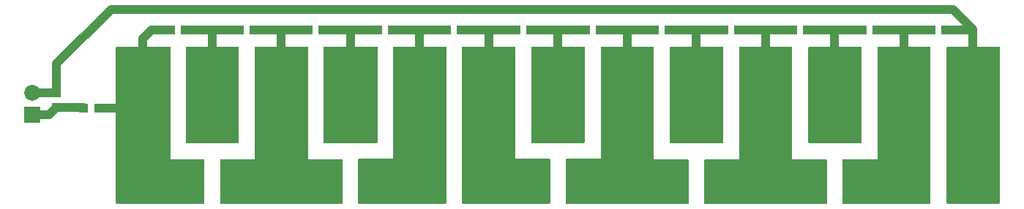
<source format=gbr>
G04 EAGLE Gerber RS-274X export*
G75*
%MOMM*%
%FSLAX34Y34*%
%LPD*%
%INTop Copper*%
%IPPOS*%
%AMOC8*
5,1,8,0,0,1.08239X$1,22.5*%
G01*
%ADD10R,1.000000X1.100000*%
%ADD11R,1.832800X1.832800*%
%ADD12C,1.832800*%
%ADD13C,1.016000*%
%ADD14C,0.812800*%

G36*
X790164Y8610D02*
X790164Y8610D01*
X790228Y8609D01*
X790303Y8630D01*
X790379Y8641D01*
X790438Y8667D01*
X790500Y8684D01*
X790566Y8725D01*
X790636Y8757D01*
X790685Y8799D01*
X790740Y8832D01*
X790792Y8890D01*
X790850Y8940D01*
X790886Y8994D01*
X790929Y9042D01*
X790962Y9111D01*
X791005Y9176D01*
X791024Y9238D01*
X791052Y9295D01*
X791063Y9365D01*
X791087Y9446D01*
X791088Y9531D01*
X791099Y9600D01*
X791099Y59400D01*
X791090Y59464D01*
X791091Y59528D01*
X791070Y59603D01*
X791059Y59679D01*
X791033Y59738D01*
X791016Y59800D01*
X790975Y59866D01*
X790943Y59936D01*
X790901Y59985D01*
X790868Y60040D01*
X790810Y60092D01*
X790760Y60150D01*
X790706Y60186D01*
X790658Y60229D01*
X790589Y60262D01*
X790524Y60305D01*
X790462Y60324D01*
X790405Y60352D01*
X790335Y60363D01*
X790254Y60387D01*
X790169Y60388D01*
X790100Y60399D01*
X750999Y60399D01*
X750999Y190000D01*
X750990Y190064D01*
X750991Y190128D01*
X750970Y190203D01*
X750959Y190279D01*
X750933Y190338D01*
X750916Y190400D01*
X750875Y190466D01*
X750843Y190536D01*
X750801Y190585D01*
X750768Y190640D01*
X750710Y190692D01*
X750660Y190750D01*
X750606Y190786D01*
X750558Y190829D01*
X750489Y190862D01*
X750424Y190905D01*
X750362Y190924D01*
X750305Y190952D01*
X750235Y190963D01*
X750154Y190987D01*
X750069Y190988D01*
X750000Y190999D01*
X690500Y190999D01*
X690436Y190990D01*
X690372Y190991D01*
X690297Y190970D01*
X690221Y190959D01*
X690162Y190933D01*
X690100Y190916D01*
X690034Y190875D01*
X689964Y190843D01*
X689915Y190801D01*
X689860Y190768D01*
X689808Y190710D01*
X689750Y190660D01*
X689714Y190606D01*
X689671Y190558D01*
X689638Y190489D01*
X689595Y190424D01*
X689576Y190362D01*
X689548Y190305D01*
X689537Y190235D01*
X689513Y190154D01*
X689512Y190069D01*
X689501Y190000D01*
X689501Y61399D01*
X650400Y61399D01*
X650336Y61390D01*
X650272Y61391D01*
X650197Y61370D01*
X650121Y61359D01*
X650062Y61333D01*
X650000Y61316D01*
X649934Y61275D01*
X649864Y61243D01*
X649815Y61201D01*
X649760Y61168D01*
X649708Y61110D01*
X649650Y61060D01*
X649614Y61006D01*
X649571Y60958D01*
X649538Y60889D01*
X649495Y60824D01*
X649476Y60762D01*
X649448Y60705D01*
X649437Y60635D01*
X649413Y60554D01*
X649412Y60469D01*
X649401Y60400D01*
X649401Y9600D01*
X649410Y9536D01*
X649409Y9472D01*
X649430Y9397D01*
X649441Y9321D01*
X649467Y9262D01*
X649484Y9200D01*
X649525Y9134D01*
X649557Y9064D01*
X649599Y9015D01*
X649632Y8960D01*
X649690Y8908D01*
X649740Y8850D01*
X649794Y8814D01*
X649842Y8771D01*
X649911Y8738D01*
X649976Y8695D01*
X650038Y8676D01*
X650095Y8648D01*
X650165Y8637D01*
X650246Y8613D01*
X650331Y8612D01*
X650400Y8601D01*
X790100Y8601D01*
X790164Y8610D01*
G37*
G36*
X390164Y8610D02*
X390164Y8610D01*
X390228Y8609D01*
X390303Y8630D01*
X390379Y8641D01*
X390438Y8667D01*
X390500Y8684D01*
X390566Y8725D01*
X390636Y8757D01*
X390685Y8799D01*
X390740Y8832D01*
X390792Y8890D01*
X390850Y8940D01*
X390886Y8994D01*
X390929Y9042D01*
X390962Y9111D01*
X391005Y9176D01*
X391024Y9238D01*
X391052Y9295D01*
X391063Y9365D01*
X391087Y9446D01*
X391088Y9531D01*
X391099Y9600D01*
X391099Y59400D01*
X391090Y59464D01*
X391091Y59528D01*
X391070Y59603D01*
X391059Y59679D01*
X391033Y59738D01*
X391016Y59800D01*
X390975Y59866D01*
X390943Y59936D01*
X390901Y59985D01*
X390868Y60040D01*
X390810Y60092D01*
X390760Y60150D01*
X390706Y60186D01*
X390658Y60229D01*
X390589Y60262D01*
X390524Y60305D01*
X390462Y60324D01*
X390405Y60352D01*
X390335Y60363D01*
X390254Y60387D01*
X390169Y60388D01*
X390100Y60399D01*
X350999Y60399D01*
X350999Y190000D01*
X350990Y190064D01*
X350991Y190128D01*
X350970Y190203D01*
X350959Y190279D01*
X350933Y190338D01*
X350916Y190400D01*
X350875Y190466D01*
X350843Y190536D01*
X350801Y190585D01*
X350768Y190640D01*
X350710Y190692D01*
X350660Y190750D01*
X350606Y190786D01*
X350558Y190829D01*
X350489Y190862D01*
X350424Y190905D01*
X350362Y190924D01*
X350305Y190952D01*
X350235Y190963D01*
X350154Y190987D01*
X350069Y190988D01*
X350000Y190999D01*
X290500Y190999D01*
X290436Y190990D01*
X290372Y190991D01*
X290297Y190970D01*
X290221Y190959D01*
X290162Y190933D01*
X290100Y190916D01*
X290034Y190875D01*
X289964Y190843D01*
X289915Y190801D01*
X289860Y190768D01*
X289808Y190710D01*
X289750Y190660D01*
X289714Y190606D01*
X289671Y190558D01*
X289638Y190489D01*
X289595Y190424D01*
X289576Y190362D01*
X289548Y190305D01*
X289537Y190235D01*
X289513Y190154D01*
X289512Y190069D01*
X289501Y190000D01*
X289501Y60399D01*
X250400Y60399D01*
X250336Y60390D01*
X250272Y60391D01*
X250197Y60370D01*
X250121Y60359D01*
X250062Y60333D01*
X250000Y60316D01*
X249934Y60275D01*
X249864Y60243D01*
X249815Y60201D01*
X249760Y60168D01*
X249708Y60110D01*
X249650Y60060D01*
X249614Y60006D01*
X249571Y59958D01*
X249538Y59889D01*
X249495Y59824D01*
X249476Y59762D01*
X249448Y59705D01*
X249437Y59635D01*
X249413Y59554D01*
X249412Y59469D01*
X249401Y59400D01*
X249401Y9600D01*
X249410Y9536D01*
X249409Y9472D01*
X249430Y9397D01*
X249441Y9321D01*
X249467Y9262D01*
X249484Y9200D01*
X249525Y9134D01*
X249557Y9064D01*
X249599Y9015D01*
X249632Y8960D01*
X249690Y8908D01*
X249740Y8850D01*
X249794Y8814D01*
X249842Y8771D01*
X249911Y8738D01*
X249976Y8695D01*
X250038Y8676D01*
X250095Y8648D01*
X250165Y8637D01*
X250246Y8613D01*
X250331Y8612D01*
X250400Y8601D01*
X390100Y8601D01*
X390164Y8610D01*
G37*
G36*
X950164Y8610D02*
X950164Y8610D01*
X950228Y8609D01*
X950303Y8630D01*
X950379Y8641D01*
X950438Y8667D01*
X950500Y8684D01*
X950566Y8725D01*
X950636Y8757D01*
X950685Y8799D01*
X950740Y8832D01*
X950792Y8890D01*
X950850Y8940D01*
X950886Y8994D01*
X950929Y9042D01*
X950962Y9111D01*
X951005Y9176D01*
X951024Y9238D01*
X951052Y9295D01*
X951063Y9365D01*
X951087Y9446D01*
X951088Y9531D01*
X951099Y9600D01*
X951099Y59400D01*
X951090Y59464D01*
X951091Y59528D01*
X951070Y59603D01*
X951059Y59679D01*
X951033Y59738D01*
X951016Y59800D01*
X950975Y59866D01*
X950943Y59936D01*
X950901Y59985D01*
X950868Y60040D01*
X950810Y60092D01*
X950760Y60150D01*
X950706Y60186D01*
X950658Y60229D01*
X950589Y60262D01*
X950524Y60305D01*
X950462Y60324D01*
X950405Y60352D01*
X950335Y60363D01*
X950254Y60387D01*
X950169Y60388D01*
X950100Y60399D01*
X910999Y60399D01*
X910999Y190000D01*
X910990Y190064D01*
X910991Y190128D01*
X910970Y190203D01*
X910959Y190279D01*
X910933Y190338D01*
X910916Y190400D01*
X910875Y190466D01*
X910843Y190536D01*
X910801Y190585D01*
X910768Y190640D01*
X910710Y190692D01*
X910660Y190750D01*
X910606Y190786D01*
X910558Y190829D01*
X910489Y190862D01*
X910424Y190905D01*
X910362Y190924D01*
X910305Y190952D01*
X910235Y190963D01*
X910154Y190987D01*
X910069Y190988D01*
X910000Y190999D01*
X850500Y190999D01*
X850436Y190990D01*
X850372Y190991D01*
X850297Y190970D01*
X850221Y190959D01*
X850162Y190933D01*
X850100Y190916D01*
X850034Y190875D01*
X849964Y190843D01*
X849915Y190801D01*
X849860Y190768D01*
X849808Y190710D01*
X849750Y190660D01*
X849714Y190606D01*
X849671Y190558D01*
X849638Y190489D01*
X849595Y190424D01*
X849576Y190362D01*
X849548Y190305D01*
X849537Y190235D01*
X849513Y190154D01*
X849512Y190069D01*
X849501Y190000D01*
X849501Y60399D01*
X810400Y60399D01*
X810336Y60390D01*
X810272Y60391D01*
X810197Y60370D01*
X810121Y60359D01*
X810062Y60333D01*
X810000Y60316D01*
X809934Y60275D01*
X809864Y60243D01*
X809815Y60201D01*
X809760Y60168D01*
X809708Y60110D01*
X809650Y60060D01*
X809614Y60006D01*
X809571Y59958D01*
X809538Y59889D01*
X809495Y59824D01*
X809476Y59762D01*
X809448Y59705D01*
X809437Y59635D01*
X809413Y59554D01*
X809412Y59469D01*
X809401Y59400D01*
X809401Y9600D01*
X809410Y9536D01*
X809409Y9472D01*
X809430Y9397D01*
X809441Y9321D01*
X809467Y9262D01*
X809484Y9200D01*
X809525Y9134D01*
X809557Y9064D01*
X809599Y9015D01*
X809632Y8960D01*
X809690Y8908D01*
X809740Y8850D01*
X809794Y8814D01*
X809842Y8771D01*
X809911Y8738D01*
X809976Y8695D01*
X810038Y8676D01*
X810095Y8648D01*
X810165Y8637D01*
X810246Y8613D01*
X810331Y8612D01*
X810400Y8601D01*
X950100Y8601D01*
X950164Y8610D01*
G37*
G36*
X229764Y8610D02*
X229764Y8610D01*
X229828Y8609D01*
X229903Y8630D01*
X229979Y8641D01*
X230038Y8667D01*
X230100Y8684D01*
X230166Y8725D01*
X230236Y8757D01*
X230285Y8799D01*
X230340Y8832D01*
X230392Y8890D01*
X230450Y8940D01*
X230486Y8994D01*
X230529Y9042D01*
X230562Y9111D01*
X230605Y9176D01*
X230624Y9238D01*
X230652Y9295D01*
X230663Y9365D01*
X230687Y9446D01*
X230688Y9531D01*
X230699Y9600D01*
X230699Y59400D01*
X230690Y59464D01*
X230691Y59528D01*
X230670Y59603D01*
X230659Y59679D01*
X230633Y59738D01*
X230616Y59800D01*
X230575Y59866D01*
X230543Y59936D01*
X230501Y59985D01*
X230468Y60040D01*
X230410Y60092D01*
X230360Y60150D01*
X230306Y60186D01*
X230258Y60229D01*
X230189Y60262D01*
X230124Y60305D01*
X230062Y60324D01*
X230005Y60352D01*
X229935Y60363D01*
X229854Y60387D01*
X229769Y60388D01*
X229700Y60399D01*
X191599Y60399D01*
X191599Y190000D01*
X191590Y190064D01*
X191591Y190128D01*
X191570Y190203D01*
X191559Y190279D01*
X191533Y190338D01*
X191516Y190400D01*
X191475Y190466D01*
X191443Y190536D01*
X191401Y190585D01*
X191368Y190640D01*
X191310Y190692D01*
X191260Y190750D01*
X191206Y190786D01*
X191158Y190829D01*
X191089Y190862D01*
X191024Y190905D01*
X190962Y190924D01*
X190905Y190952D01*
X190835Y190963D01*
X190754Y190987D01*
X190669Y190988D01*
X190600Y190999D01*
X129800Y190999D01*
X129736Y190990D01*
X129672Y190991D01*
X129597Y190970D01*
X129521Y190959D01*
X129462Y190933D01*
X129400Y190916D01*
X129334Y190875D01*
X129264Y190843D01*
X129215Y190801D01*
X129160Y190768D01*
X129108Y190710D01*
X129050Y190660D01*
X129014Y190606D01*
X128971Y190558D01*
X128938Y190489D01*
X128895Y190424D01*
X128876Y190362D01*
X128848Y190305D01*
X128837Y190235D01*
X128813Y190154D01*
X128812Y190069D01*
X128801Y190000D01*
X128801Y9600D01*
X128810Y9536D01*
X128809Y9472D01*
X128830Y9397D01*
X128841Y9321D01*
X128867Y9262D01*
X128884Y9200D01*
X128925Y9134D01*
X128957Y9064D01*
X128999Y9015D01*
X129032Y8960D01*
X129090Y8908D01*
X129140Y8850D01*
X129194Y8814D01*
X129242Y8771D01*
X129311Y8738D01*
X129376Y8695D01*
X129438Y8676D01*
X129495Y8648D01*
X129565Y8637D01*
X129646Y8613D01*
X129731Y8612D01*
X129800Y8601D01*
X229700Y8601D01*
X229764Y8610D01*
G37*
G36*
X630064Y9010D02*
X630064Y9010D01*
X630128Y9009D01*
X630203Y9030D01*
X630279Y9041D01*
X630338Y9067D01*
X630400Y9084D01*
X630466Y9125D01*
X630536Y9157D01*
X630585Y9199D01*
X630640Y9232D01*
X630692Y9290D01*
X630750Y9340D01*
X630786Y9394D01*
X630829Y9442D01*
X630862Y9511D01*
X630905Y9576D01*
X630924Y9638D01*
X630952Y9695D01*
X630963Y9765D01*
X630987Y9846D01*
X630988Y9931D01*
X630999Y10000D01*
X630999Y60000D01*
X630991Y60060D01*
X630991Y60090D01*
X630991Y60092D01*
X630991Y60128D01*
X630970Y60203D01*
X630959Y60279D01*
X630933Y60338D01*
X630916Y60400D01*
X630875Y60466D01*
X630843Y60536D01*
X630801Y60585D01*
X630768Y60640D01*
X630710Y60692D01*
X630660Y60750D01*
X630606Y60786D01*
X630558Y60829D01*
X630489Y60862D01*
X630424Y60905D01*
X630362Y60924D01*
X630305Y60952D01*
X630235Y60963D01*
X630154Y60987D01*
X630069Y60988D01*
X630000Y60999D01*
X590999Y60999D01*
X590999Y190000D01*
X590990Y190064D01*
X590991Y190128D01*
X590970Y190203D01*
X590959Y190279D01*
X590933Y190338D01*
X590916Y190400D01*
X590875Y190466D01*
X590843Y190536D01*
X590801Y190585D01*
X590768Y190640D01*
X590710Y190692D01*
X590660Y190750D01*
X590606Y190786D01*
X590558Y190829D01*
X590489Y190862D01*
X590424Y190905D01*
X590362Y190924D01*
X590305Y190952D01*
X590235Y190963D01*
X590154Y190987D01*
X590069Y190988D01*
X590000Y190999D01*
X530000Y190999D01*
X529936Y190990D01*
X529872Y190991D01*
X529797Y190970D01*
X529721Y190959D01*
X529662Y190933D01*
X529600Y190916D01*
X529534Y190875D01*
X529464Y190843D01*
X529415Y190801D01*
X529360Y190768D01*
X529308Y190710D01*
X529250Y190660D01*
X529214Y190606D01*
X529171Y190558D01*
X529138Y190489D01*
X529095Y190424D01*
X529076Y190362D01*
X529048Y190305D01*
X529037Y190235D01*
X529013Y190154D01*
X529012Y190069D01*
X529001Y190000D01*
X529001Y10000D01*
X529010Y9936D01*
X529009Y9872D01*
X529030Y9797D01*
X529041Y9721D01*
X529067Y9662D01*
X529084Y9600D01*
X529125Y9534D01*
X529157Y9464D01*
X529199Y9415D01*
X529232Y9360D01*
X529290Y9308D01*
X529340Y9250D01*
X529394Y9214D01*
X529442Y9171D01*
X529511Y9138D01*
X529576Y9095D01*
X529638Y9076D01*
X529695Y9048D01*
X529765Y9037D01*
X529846Y9013D01*
X529931Y9012D01*
X530000Y9001D01*
X630000Y9001D01*
X630064Y9010D01*
G37*
G36*
X510064Y9010D02*
X510064Y9010D01*
X510128Y9009D01*
X510203Y9030D01*
X510279Y9041D01*
X510338Y9067D01*
X510400Y9084D01*
X510466Y9125D01*
X510536Y9157D01*
X510585Y9199D01*
X510640Y9232D01*
X510692Y9290D01*
X510750Y9340D01*
X510786Y9394D01*
X510829Y9442D01*
X510862Y9511D01*
X510905Y9576D01*
X510924Y9638D01*
X510952Y9695D01*
X510963Y9765D01*
X510987Y9846D01*
X510988Y9931D01*
X510999Y10000D01*
X510999Y190000D01*
X510990Y190064D01*
X510991Y190128D01*
X510970Y190203D01*
X510959Y190279D01*
X510933Y190338D01*
X510916Y190400D01*
X510875Y190466D01*
X510843Y190536D01*
X510801Y190585D01*
X510768Y190640D01*
X510710Y190692D01*
X510660Y190750D01*
X510606Y190786D01*
X510558Y190829D01*
X510489Y190862D01*
X510424Y190905D01*
X510362Y190924D01*
X510305Y190952D01*
X510235Y190963D01*
X510154Y190987D01*
X510069Y190988D01*
X510000Y190999D01*
X450000Y190999D01*
X449936Y190990D01*
X449872Y190991D01*
X449797Y190970D01*
X449721Y190959D01*
X449662Y190933D01*
X449600Y190916D01*
X449534Y190875D01*
X449464Y190843D01*
X449415Y190801D01*
X449360Y190768D01*
X449308Y190710D01*
X449250Y190660D01*
X449214Y190606D01*
X449171Y190558D01*
X449138Y190489D01*
X449095Y190424D01*
X449076Y190362D01*
X449048Y190305D01*
X449037Y190235D01*
X449013Y190154D01*
X449012Y190069D01*
X449001Y190000D01*
X449001Y60999D01*
X410000Y60999D01*
X409936Y60990D01*
X409872Y60991D01*
X409797Y60970D01*
X409721Y60959D01*
X409662Y60933D01*
X409600Y60916D01*
X409534Y60875D01*
X409464Y60843D01*
X409415Y60801D01*
X409360Y60768D01*
X409308Y60710D01*
X409250Y60660D01*
X409214Y60606D01*
X409171Y60558D01*
X409138Y60489D01*
X409095Y60424D01*
X409076Y60362D01*
X409048Y60305D01*
X409037Y60235D01*
X409013Y60154D01*
X409012Y60069D01*
X409001Y60000D01*
X409001Y10000D01*
X409010Y9936D01*
X409009Y9872D01*
X409030Y9797D01*
X409041Y9721D01*
X409067Y9662D01*
X409084Y9600D01*
X409125Y9534D01*
X409157Y9464D01*
X409199Y9415D01*
X409232Y9360D01*
X409290Y9308D01*
X409340Y9250D01*
X409394Y9214D01*
X409442Y9171D01*
X409511Y9138D01*
X409576Y9095D01*
X409638Y9076D01*
X409695Y9048D01*
X409765Y9037D01*
X409846Y9013D01*
X409931Y9012D01*
X410000Y9001D01*
X510000Y9001D01*
X510064Y9010D01*
G37*
G36*
X1069565Y8610D02*
X1069565Y8610D01*
X1069627Y8609D01*
X1069703Y8629D01*
X1069781Y8641D01*
X1069839Y8667D01*
X1069899Y8683D01*
X1069967Y8724D01*
X1070038Y8757D01*
X1070086Y8798D01*
X1070140Y8831D01*
X1070193Y8889D01*
X1070253Y8940D01*
X1070287Y8993D01*
X1070329Y9039D01*
X1070364Y9110D01*
X1070407Y9176D01*
X1070426Y9236D01*
X1070453Y9293D01*
X1070464Y9363D01*
X1070490Y9446D01*
X1070491Y9529D01*
X1070502Y9597D01*
X1070991Y189997D01*
X1070982Y190062D01*
X1070983Y190128D01*
X1070963Y190201D01*
X1070952Y190277D01*
X1070925Y190336D01*
X1070908Y190400D01*
X1070868Y190464D01*
X1070837Y190534D01*
X1070794Y190584D01*
X1070760Y190640D01*
X1070703Y190691D01*
X1070654Y190749D01*
X1070599Y190785D01*
X1070550Y190829D01*
X1070482Y190862D01*
X1070418Y190904D01*
X1070355Y190923D01*
X1070296Y190952D01*
X1070228Y190962D01*
X1070149Y190987D01*
X1070062Y190988D01*
X1069992Y190999D01*
X1010900Y190999D01*
X1010836Y190990D01*
X1010772Y190991D01*
X1010697Y190970D01*
X1010621Y190959D01*
X1010562Y190933D01*
X1010500Y190916D01*
X1010434Y190875D01*
X1010364Y190843D01*
X1010315Y190801D01*
X1010260Y190768D01*
X1010208Y190710D01*
X1010150Y190660D01*
X1010114Y190606D01*
X1010071Y190558D01*
X1010038Y190489D01*
X1009995Y190424D01*
X1009976Y190362D01*
X1009948Y190305D01*
X1009937Y190235D01*
X1009913Y190154D01*
X1009912Y190069D01*
X1009901Y190000D01*
X1009901Y60399D01*
X969800Y60399D01*
X969736Y60390D01*
X969672Y60391D01*
X969597Y60370D01*
X969521Y60359D01*
X969462Y60333D01*
X969400Y60316D01*
X969334Y60275D01*
X969264Y60243D01*
X969215Y60201D01*
X969160Y60168D01*
X969108Y60110D01*
X969050Y60060D01*
X969014Y60006D01*
X968971Y59958D01*
X968938Y59889D01*
X968895Y59824D01*
X968876Y59762D01*
X968848Y59705D01*
X968837Y59635D01*
X968813Y59554D01*
X968812Y59469D01*
X968801Y59400D01*
X968801Y9600D01*
X968810Y9536D01*
X968809Y9472D01*
X968830Y9397D01*
X968841Y9321D01*
X968867Y9262D01*
X968884Y9200D01*
X968925Y9134D01*
X968957Y9064D01*
X968999Y9015D01*
X969032Y8960D01*
X969090Y8908D01*
X969140Y8850D01*
X969194Y8814D01*
X969242Y8771D01*
X969311Y8738D01*
X969376Y8695D01*
X969438Y8676D01*
X969495Y8648D01*
X969565Y8637D01*
X969646Y8613D01*
X969731Y8612D01*
X969800Y8601D01*
X1069502Y8601D01*
X1069565Y8610D01*
G37*
G36*
X1150264Y9110D02*
X1150264Y9110D01*
X1150328Y9109D01*
X1150403Y9130D01*
X1150479Y9141D01*
X1150538Y9167D01*
X1150600Y9184D01*
X1150666Y9225D01*
X1150736Y9257D01*
X1150785Y9299D01*
X1150840Y9332D01*
X1150892Y9390D01*
X1150950Y9440D01*
X1150986Y9494D01*
X1151029Y9542D01*
X1151062Y9611D01*
X1151105Y9676D01*
X1151124Y9738D01*
X1151152Y9795D01*
X1151163Y9865D01*
X1151187Y9946D01*
X1151188Y10031D01*
X1151199Y10100D01*
X1151199Y190000D01*
X1151191Y190061D01*
X1151191Y190093D01*
X1151191Y190094D01*
X1151191Y190128D01*
X1151170Y190203D01*
X1151159Y190279D01*
X1151133Y190338D01*
X1151116Y190400D01*
X1151075Y190466D01*
X1151043Y190536D01*
X1151001Y190585D01*
X1150968Y190640D01*
X1150910Y190692D01*
X1150860Y190750D01*
X1150806Y190786D01*
X1150758Y190829D01*
X1150689Y190862D01*
X1150624Y190905D01*
X1150562Y190924D01*
X1150505Y190952D01*
X1150435Y190963D01*
X1150354Y190987D01*
X1150269Y190988D01*
X1150200Y190999D01*
X1090700Y190999D01*
X1090636Y190990D01*
X1090572Y190991D01*
X1090497Y190970D01*
X1090421Y190959D01*
X1090362Y190933D01*
X1090300Y190916D01*
X1090234Y190875D01*
X1090164Y190843D01*
X1090115Y190801D01*
X1090060Y190768D01*
X1090008Y190710D01*
X1089950Y190660D01*
X1089914Y190606D01*
X1089871Y190558D01*
X1089838Y190489D01*
X1089795Y190424D01*
X1089776Y190362D01*
X1089748Y190305D01*
X1089737Y190235D01*
X1089713Y190154D01*
X1089712Y190069D01*
X1089701Y190000D01*
X1089701Y10100D01*
X1089710Y10036D01*
X1089709Y9972D01*
X1089730Y9897D01*
X1089741Y9821D01*
X1089767Y9762D01*
X1089784Y9700D01*
X1089825Y9634D01*
X1089857Y9564D01*
X1089899Y9515D01*
X1089932Y9460D01*
X1089990Y9408D01*
X1090040Y9350D01*
X1090094Y9314D01*
X1090142Y9271D01*
X1090211Y9238D01*
X1090276Y9195D01*
X1090338Y9176D01*
X1090395Y9148D01*
X1090465Y9137D01*
X1090546Y9113D01*
X1090631Y9112D01*
X1090700Y9101D01*
X1150200Y9101D01*
X1150264Y9110D01*
G37*
G36*
X430264Y79110D02*
X430264Y79110D01*
X430328Y79109D01*
X430403Y79130D01*
X430479Y79141D01*
X430538Y79167D01*
X430600Y79184D01*
X430666Y79225D01*
X430736Y79257D01*
X430785Y79299D01*
X430840Y79332D01*
X430892Y79390D01*
X430950Y79440D01*
X430986Y79494D01*
X431029Y79542D01*
X431062Y79611D01*
X431105Y79676D01*
X431124Y79738D01*
X431152Y79795D01*
X431163Y79865D01*
X431187Y79946D01*
X431188Y80031D01*
X431199Y80100D01*
X431199Y190000D01*
X431190Y190064D01*
X431191Y190128D01*
X431170Y190203D01*
X431159Y190279D01*
X431133Y190338D01*
X431116Y190400D01*
X431075Y190466D01*
X431043Y190536D01*
X431001Y190585D01*
X430968Y190640D01*
X430910Y190692D01*
X430860Y190750D01*
X430806Y190786D01*
X430758Y190829D01*
X430689Y190862D01*
X430624Y190905D01*
X430562Y190924D01*
X430505Y190952D01*
X430435Y190963D01*
X430354Y190987D01*
X430269Y190988D01*
X430200Y190999D01*
X369700Y190999D01*
X369636Y190990D01*
X369572Y190991D01*
X369497Y190970D01*
X369421Y190959D01*
X369362Y190933D01*
X369300Y190916D01*
X369234Y190875D01*
X369164Y190843D01*
X369115Y190801D01*
X369060Y190768D01*
X369008Y190710D01*
X368950Y190660D01*
X368914Y190606D01*
X368871Y190558D01*
X368838Y190489D01*
X368795Y190424D01*
X368776Y190362D01*
X368748Y190305D01*
X368737Y190235D01*
X368713Y190154D01*
X368712Y190069D01*
X368701Y190000D01*
X368701Y80100D01*
X368710Y80036D01*
X368709Y79972D01*
X368730Y79897D01*
X368741Y79821D01*
X368767Y79762D01*
X368784Y79700D01*
X368825Y79634D01*
X368857Y79564D01*
X368899Y79515D01*
X368932Y79460D01*
X368990Y79408D01*
X369040Y79350D01*
X369094Y79314D01*
X369142Y79271D01*
X369211Y79238D01*
X369276Y79195D01*
X369338Y79176D01*
X369395Y79148D01*
X369465Y79137D01*
X369546Y79113D01*
X369631Y79112D01*
X369700Y79101D01*
X430200Y79101D01*
X430264Y79110D01*
G37*
G36*
X669864Y79110D02*
X669864Y79110D01*
X669928Y79109D01*
X670003Y79130D01*
X670079Y79141D01*
X670138Y79167D01*
X670200Y79184D01*
X670266Y79225D01*
X670336Y79257D01*
X670385Y79299D01*
X670440Y79332D01*
X670492Y79390D01*
X670550Y79440D01*
X670586Y79494D01*
X670629Y79542D01*
X670662Y79611D01*
X670705Y79676D01*
X670724Y79738D01*
X670752Y79795D01*
X670763Y79865D01*
X670787Y79946D01*
X670788Y80031D01*
X670799Y80100D01*
X670799Y190000D01*
X670790Y190064D01*
X670791Y190128D01*
X670770Y190203D01*
X670759Y190279D01*
X670733Y190338D01*
X670716Y190400D01*
X670675Y190466D01*
X670643Y190536D01*
X670601Y190585D01*
X670568Y190640D01*
X670510Y190692D01*
X670460Y190750D01*
X670406Y190786D01*
X670358Y190829D01*
X670289Y190862D01*
X670224Y190905D01*
X670162Y190924D01*
X670105Y190952D01*
X670035Y190963D01*
X669954Y190987D01*
X669869Y190988D01*
X669800Y190999D01*
X610300Y190999D01*
X610236Y190990D01*
X610172Y190991D01*
X610097Y190970D01*
X610021Y190959D01*
X609962Y190933D01*
X609900Y190916D01*
X609834Y190875D01*
X609764Y190843D01*
X609715Y190801D01*
X609660Y190768D01*
X609608Y190710D01*
X609550Y190660D01*
X609514Y190606D01*
X609471Y190558D01*
X609438Y190489D01*
X609395Y190424D01*
X609376Y190362D01*
X609348Y190305D01*
X609337Y190235D01*
X609313Y190154D01*
X609312Y190069D01*
X609301Y190000D01*
X609301Y80100D01*
X609310Y80036D01*
X609309Y79972D01*
X609330Y79897D01*
X609341Y79821D01*
X609367Y79762D01*
X609384Y79700D01*
X609425Y79634D01*
X609457Y79564D01*
X609499Y79515D01*
X609532Y79460D01*
X609590Y79408D01*
X609640Y79350D01*
X609694Y79314D01*
X609742Y79271D01*
X609811Y79238D01*
X609876Y79195D01*
X609938Y79176D01*
X609995Y79148D01*
X610065Y79137D01*
X610146Y79113D01*
X610231Y79112D01*
X610300Y79101D01*
X669800Y79101D01*
X669864Y79110D01*
G37*
G36*
X990264Y79110D02*
X990264Y79110D01*
X990328Y79109D01*
X990403Y79130D01*
X990479Y79141D01*
X990538Y79167D01*
X990600Y79184D01*
X990666Y79225D01*
X990736Y79257D01*
X990785Y79299D01*
X990840Y79332D01*
X990892Y79390D01*
X990950Y79440D01*
X990986Y79494D01*
X991029Y79542D01*
X991062Y79611D01*
X991105Y79676D01*
X991124Y79738D01*
X991152Y79795D01*
X991163Y79865D01*
X991187Y79946D01*
X991188Y80031D01*
X991199Y80100D01*
X991199Y190000D01*
X991190Y190064D01*
X991191Y190128D01*
X991170Y190203D01*
X991159Y190279D01*
X991133Y190338D01*
X991116Y190400D01*
X991075Y190466D01*
X991043Y190536D01*
X991001Y190585D01*
X990968Y190640D01*
X990910Y190692D01*
X990860Y190750D01*
X990806Y190786D01*
X990758Y190829D01*
X990689Y190862D01*
X990624Y190905D01*
X990562Y190924D01*
X990505Y190952D01*
X990435Y190963D01*
X990354Y190987D01*
X990269Y190988D01*
X990200Y190999D01*
X930700Y190999D01*
X930636Y190990D01*
X930572Y190991D01*
X930497Y190970D01*
X930421Y190959D01*
X930362Y190933D01*
X930300Y190916D01*
X930234Y190875D01*
X930164Y190843D01*
X930115Y190801D01*
X930060Y190768D01*
X930008Y190710D01*
X929950Y190660D01*
X929914Y190606D01*
X929871Y190558D01*
X929838Y190489D01*
X929795Y190424D01*
X929776Y190362D01*
X929748Y190305D01*
X929737Y190235D01*
X929713Y190154D01*
X929712Y190069D01*
X929701Y190000D01*
X929701Y80100D01*
X929710Y80036D01*
X929709Y79972D01*
X929730Y79897D01*
X929741Y79821D01*
X929767Y79762D01*
X929784Y79700D01*
X929825Y79634D01*
X929857Y79564D01*
X929899Y79515D01*
X929932Y79460D01*
X929990Y79408D01*
X930040Y79350D01*
X930094Y79314D01*
X930142Y79271D01*
X930211Y79238D01*
X930276Y79195D01*
X930338Y79176D01*
X930395Y79148D01*
X930465Y79137D01*
X930546Y79113D01*
X930631Y79112D01*
X930700Y79101D01*
X990200Y79101D01*
X990264Y79110D01*
G37*
G36*
X830264Y79110D02*
X830264Y79110D01*
X830328Y79109D01*
X830403Y79130D01*
X830479Y79141D01*
X830538Y79167D01*
X830600Y79184D01*
X830666Y79225D01*
X830736Y79257D01*
X830785Y79299D01*
X830840Y79332D01*
X830892Y79390D01*
X830950Y79440D01*
X830986Y79494D01*
X831029Y79542D01*
X831062Y79611D01*
X831105Y79676D01*
X831124Y79738D01*
X831152Y79795D01*
X831163Y79865D01*
X831187Y79946D01*
X831188Y80031D01*
X831199Y80100D01*
X831199Y190000D01*
X831190Y190064D01*
X831191Y190128D01*
X831170Y190203D01*
X831159Y190279D01*
X831133Y190338D01*
X831116Y190400D01*
X831075Y190466D01*
X831043Y190536D01*
X831001Y190585D01*
X830968Y190640D01*
X830910Y190692D01*
X830860Y190750D01*
X830806Y190786D01*
X830758Y190829D01*
X830689Y190862D01*
X830624Y190905D01*
X830562Y190924D01*
X830505Y190952D01*
X830435Y190963D01*
X830354Y190987D01*
X830269Y190988D01*
X830200Y190999D01*
X770700Y190999D01*
X770636Y190990D01*
X770572Y190991D01*
X770497Y190970D01*
X770421Y190959D01*
X770362Y190933D01*
X770300Y190916D01*
X770234Y190875D01*
X770164Y190843D01*
X770115Y190801D01*
X770060Y190768D01*
X770008Y190710D01*
X769950Y190660D01*
X769914Y190606D01*
X769871Y190558D01*
X769838Y190489D01*
X769795Y190424D01*
X769776Y190362D01*
X769748Y190305D01*
X769737Y190235D01*
X769713Y190154D01*
X769712Y190069D01*
X769701Y190000D01*
X769701Y80100D01*
X769710Y80036D01*
X769709Y79972D01*
X769730Y79897D01*
X769741Y79821D01*
X769767Y79762D01*
X769784Y79700D01*
X769825Y79634D01*
X769857Y79564D01*
X769899Y79515D01*
X769932Y79460D01*
X769990Y79408D01*
X770040Y79350D01*
X770094Y79314D01*
X770142Y79271D01*
X770211Y79238D01*
X770276Y79195D01*
X770338Y79176D01*
X770395Y79148D01*
X770465Y79137D01*
X770546Y79113D01*
X770631Y79112D01*
X770700Y79101D01*
X830200Y79101D01*
X830264Y79110D01*
G37*
G36*
X269864Y79110D02*
X269864Y79110D01*
X269928Y79109D01*
X270003Y79130D01*
X270079Y79141D01*
X270138Y79167D01*
X270200Y79184D01*
X270266Y79225D01*
X270336Y79257D01*
X270385Y79299D01*
X270440Y79332D01*
X270492Y79390D01*
X270550Y79440D01*
X270586Y79494D01*
X270629Y79542D01*
X270662Y79611D01*
X270705Y79676D01*
X270724Y79738D01*
X270752Y79795D01*
X270763Y79865D01*
X270787Y79946D01*
X270788Y80031D01*
X270799Y80100D01*
X270799Y190000D01*
X270790Y190064D01*
X270791Y190128D01*
X270770Y190203D01*
X270759Y190279D01*
X270733Y190338D01*
X270716Y190400D01*
X270675Y190466D01*
X270643Y190536D01*
X270601Y190585D01*
X270568Y190640D01*
X270510Y190692D01*
X270460Y190750D01*
X270406Y190786D01*
X270358Y190829D01*
X270289Y190862D01*
X270224Y190905D01*
X270162Y190924D01*
X270105Y190952D01*
X270035Y190963D01*
X269954Y190987D01*
X269869Y190988D01*
X269800Y190999D01*
X210300Y190999D01*
X210236Y190990D01*
X210172Y190991D01*
X210097Y190970D01*
X210021Y190959D01*
X209962Y190933D01*
X209900Y190916D01*
X209834Y190875D01*
X209764Y190843D01*
X209715Y190801D01*
X209660Y190768D01*
X209608Y190710D01*
X209550Y190660D01*
X209514Y190606D01*
X209471Y190558D01*
X209438Y190489D01*
X209395Y190424D01*
X209376Y190362D01*
X209348Y190305D01*
X209337Y190235D01*
X209313Y190154D01*
X209312Y190069D01*
X209301Y190000D01*
X209301Y80100D01*
X209310Y80036D01*
X209309Y79972D01*
X209330Y79897D01*
X209341Y79821D01*
X209367Y79762D01*
X209384Y79700D01*
X209425Y79634D01*
X209457Y79564D01*
X209499Y79515D01*
X209532Y79460D01*
X209590Y79408D01*
X209640Y79350D01*
X209694Y79314D01*
X209742Y79271D01*
X209811Y79238D01*
X209876Y79195D01*
X209938Y79176D01*
X209995Y79148D01*
X210065Y79137D01*
X210146Y79113D01*
X210231Y79112D01*
X210300Y79101D01*
X269800Y79101D01*
X269864Y79110D01*
G37*
D10*
X848600Y210200D03*
X831600Y210200D03*
X928800Y210200D03*
X911800Y210200D03*
X208800Y210200D03*
X191800Y210200D03*
X288700Y210200D03*
X271700Y210200D03*
X368200Y210200D03*
X351200Y210200D03*
X448700Y210200D03*
X431700Y210200D03*
X528200Y210200D03*
X511200Y210200D03*
X608100Y210200D03*
X591100Y210200D03*
X688600Y210200D03*
X671600Y210200D03*
X768800Y210200D03*
X751800Y210200D03*
X1008700Y210200D03*
X991700Y210200D03*
D11*
X32000Y112200D03*
D12*
X32000Y137600D03*
D10*
X60000Y120500D03*
X60000Y137500D03*
X108500Y120000D03*
X91500Y120000D03*
X1088500Y210000D03*
X1071500Y210000D03*
D13*
X640000Y210200D02*
X608100Y210200D01*
X640000Y210200D02*
X640000Y180000D01*
X640000Y210200D02*
X671600Y210200D01*
X51700Y112200D02*
X32000Y112200D01*
X51700Y112200D02*
X60000Y120500D01*
X69500Y120500D01*
D14*
X70000Y120000D01*
D13*
X60000Y120500D02*
X91000Y120500D01*
X91500Y120000D01*
X208800Y210200D02*
X240000Y210200D01*
X240000Y180000D01*
X240000Y210200D02*
X271700Y210200D01*
X288700Y210200D02*
X320000Y210200D01*
X320000Y180000D01*
X320000Y210200D02*
X351200Y210200D01*
X368200Y210200D02*
X400000Y210200D01*
X400000Y180000D01*
X400000Y210200D02*
X431700Y210200D01*
X448700Y210200D02*
X480000Y210200D01*
X480000Y180000D01*
X480000Y210200D02*
X511200Y210200D01*
X528200Y210200D02*
X560000Y210200D01*
X560000Y180000D01*
X560000Y210200D02*
X591100Y210200D01*
X688600Y210200D02*
X720000Y210200D01*
X751800Y210200D01*
X720000Y210200D02*
X720000Y180000D01*
X768800Y210200D02*
X800000Y210200D01*
X831600Y210200D01*
X800000Y210200D02*
X800000Y180000D01*
X848600Y210200D02*
X880000Y210200D01*
X880000Y180000D01*
X880000Y210200D02*
X911800Y210200D01*
X928800Y210200D02*
X960000Y210200D01*
X991700Y210200D01*
X960000Y210200D02*
X960000Y180000D01*
X1120000Y180000D02*
X1120000Y210976D01*
X1097000Y233976D01*
X122976Y233976D01*
X60000Y171000D02*
X60000Y137500D01*
X60000Y171000D02*
X122976Y233976D01*
D14*
X59900Y137600D02*
X60000Y137500D01*
D13*
X59900Y137600D02*
X32000Y137600D01*
X1119024Y210000D02*
X1120000Y210976D01*
X1119024Y210000D02*
X1088500Y210000D01*
X140000Y120000D02*
X108500Y120000D01*
X170200Y210200D02*
X191800Y210200D01*
X170200Y210200D02*
X160000Y200000D01*
X160000Y180000D01*
X1008700Y210200D02*
X1040000Y210200D01*
X1071300Y210200D01*
X1071500Y210000D01*
X1040000Y210200D02*
X1040000Y180000D01*
M02*

</source>
